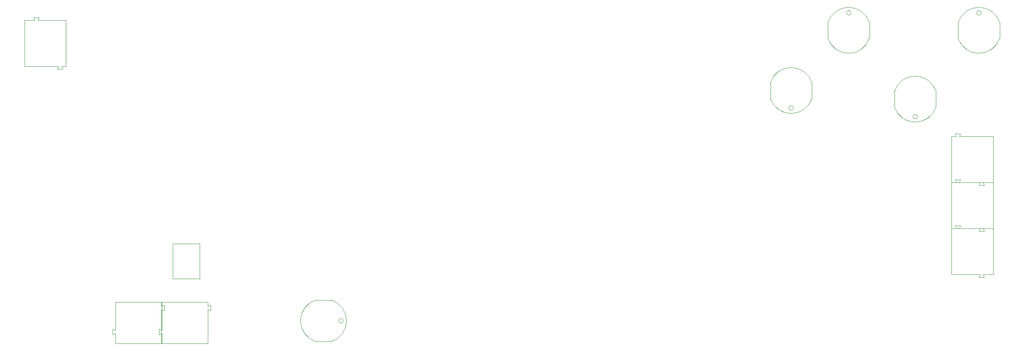
<source format=gbr>
%TF.GenerationSoftware,Altium Limited,Altium Designer,24.3.1 (35)*%
G04 Layer_Color=32768*
%FSLAX43Y43*%
%MOMM*%
%TF.SameCoordinates,76E1361F-AA3B-45A8-A24B-41510BF92E79*%
%TF.FilePolarity,Positive*%
%TF.FileFunction,Other,Top_Component_Outline*%
%TF.Part,Single*%
G01*
G75*
%TA.AperFunction,NonConductor*%
%ADD133C,0.100*%
D133*
X204775Y68750D02*
G03*
X213775Y68750I4500J1490D01*
G01*
Y72250D02*
G03*
X204775Y72250I-4500J-1490D01*
G01*
X209775Y74300D02*
G03*
X209775Y74300I-500J0D01*
G01*
X71274Y7400D02*
G03*
X71274Y7400I-500J0D01*
G01*
X68724Y2900D02*
G03*
X68724Y11900I-1490J4500D01*
G01*
X65224D02*
G03*
X65224Y2900I1490J-4500D01*
G01*
X181500Y74300D02*
G03*
X181500Y74300I-500J0D01*
G01*
X185500Y72250D02*
G03*
X176500Y72250I-4500J-1490D01*
G01*
Y68750D02*
G03*
X185500Y68750I4500J1490D01*
G01*
X173000Y59175D02*
G03*
X164000Y59175I-4500J-1490D01*
G01*
Y55675D02*
G03*
X173000Y55675I4500J1490D01*
G01*
X169000Y53625D02*
G03*
X169000Y53625I-500J0D01*
G01*
X195950Y51750D02*
G03*
X195950Y51750I-500J0D01*
G01*
X190950Y53800D02*
G03*
X199950Y53800I4500J1490D01*
G01*
Y57300D02*
G03*
X190950Y57300I-4500J-1490D01*
G01*
X204775Y68750D02*
Y72250D01*
X213775Y68750D02*
Y72250D01*
X65224Y2900D02*
X68724D01*
X65224Y11900D02*
X68724D01*
X41850Y9850D02*
X42450Y9600D01*
Y10800D01*
X41850Y10550D02*
X42450Y10800D01*
X31250Y5600D02*
X31850Y5350D01*
X31250Y4400D02*
X31850Y4650D01*
X31250Y4400D02*
Y5600D01*
X31850Y5350D02*
Y11500D01*
Y2500D02*
Y4650D01*
Y2500D02*
X41850D01*
X31850Y11500D02*
X41850D01*
Y10550D02*
Y11500D01*
Y2500D02*
Y9850D01*
X185500Y68750D02*
Y72250D01*
X176500Y68750D02*
Y72250D01*
X173000Y55675D02*
Y59175D01*
X164000Y55675D02*
Y59175D01*
X205000Y47450D02*
X205250Y48050D01*
X204050D02*
X205250D01*
X204050D02*
X204300Y47450D01*
X209250Y36850D02*
X209500Y37450D01*
X210200D02*
X210450Y36850D01*
X209250D02*
X210450D01*
X203350Y37450D02*
X209500D01*
X210200D02*
X212350D01*
Y47450D01*
X203350Y37450D02*
Y47450D01*
X204300D01*
X205000D02*
X212350D01*
X190950Y53800D02*
Y57300D01*
X199950Y53800D02*
Y57300D01*
X31800Y2500D02*
Y9850D01*
Y10550D02*
Y11500D01*
X21800D02*
X31800D01*
X21800Y2500D02*
X31800D01*
X21800D02*
Y4650D01*
Y5350D02*
Y11500D01*
X21200Y4400D02*
Y5600D01*
Y4400D02*
X21800Y4650D01*
X21200Y5600D02*
X21800Y5350D01*
X31800Y10550D02*
X32400Y10800D01*
Y9600D02*
Y10800D01*
X31800Y9850D02*
X32400Y9600D01*
X2075Y62700D02*
X9425D01*
X10125D02*
X11075D01*
Y72700D01*
X2075Y62700D02*
Y72700D01*
X4225D01*
X4925D02*
X11075D01*
X3975Y73300D02*
X5175D01*
X3975D02*
X4225Y72700D01*
X4925D02*
X5175Y73300D01*
X10125Y62700D02*
X10375Y62100D01*
X9175D02*
X10375D01*
X9175D02*
X9425Y62700D01*
X34250Y16545D02*
X40050D01*
X34250D02*
Y24205D01*
X40050D01*
Y16545D02*
Y24205D01*
X205000Y27500D02*
X212350D01*
X203350D02*
X204300D01*
X203350Y17500D02*
Y27500D01*
X212350Y17500D02*
Y27500D01*
X210200Y17500D02*
X212350D01*
X203350D02*
X209500D01*
X209250Y16900D02*
X210450D01*
X210200Y17500D02*
X210450Y16900D01*
X209250D02*
X209500Y17500D01*
X204050Y28100D02*
X204300Y27500D01*
X204050Y28100D02*
X205250D01*
X205000Y27500D02*
X205250Y28100D01*
X205000Y37475D02*
X212350D01*
X203350D02*
X204300D01*
X203350Y27475D02*
Y37475D01*
X212350Y27475D02*
Y37475D01*
X210200Y27475D02*
X212350D01*
X203350D02*
X209500D01*
X209250Y26875D02*
X210450D01*
X210200Y27475D02*
X210450Y26875D01*
X209250D02*
X209500Y27475D01*
X204050Y38075D02*
X204300Y37475D01*
X204050Y38075D02*
X205250D01*
X205000Y37475D02*
X205250Y38075D01*
%TF.MD5,d0414b78c5b75caf49faf5ce6db278ff*%
M02*

</source>
